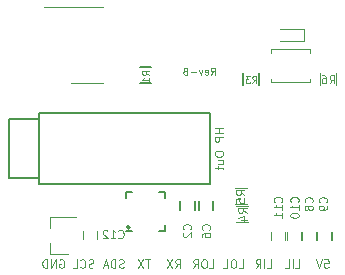
<source format=gbo>
G04 #@! TF.FileFunction,Legend,Bot*
%FSLAX46Y46*%
G04 Gerber Fmt 4.6, Leading zero omitted, Abs format (unit mm)*
G04 Created by KiCad (PCBNEW 4.0.7-e0-6372~58~ubuntu16.10.1) date Fri Aug 10 15:11:26 2018*
%MOMM*%
%LPD*%
G01*
G04 APERTURE LIST*
%ADD10C,0.100000*%
%ADD11C,0.120000*%
%ADD12C,0.200000*%
%ADD13C,0.150000*%
G04 APERTURE END LIST*
D10*
D11*
X146316667Y-93700001D02*
X145616667Y-93700001D01*
X145950000Y-93700001D02*
X145950000Y-94100001D01*
X146316667Y-94100001D02*
X145616667Y-94100001D01*
X146316667Y-94433334D02*
X145616667Y-94433334D01*
X145616667Y-94700000D01*
X145650000Y-94766667D01*
X145683333Y-94800000D01*
X145750000Y-94833334D01*
X145850000Y-94833334D01*
X145916667Y-94800000D01*
X145950000Y-94766667D01*
X145983333Y-94700000D01*
X145983333Y-94433334D01*
X145616667Y-95800000D02*
X145616667Y-95933333D01*
X145650000Y-96000000D01*
X145716667Y-96066667D01*
X145850000Y-96100000D01*
X146083333Y-96100000D01*
X146216667Y-96066667D01*
X146283333Y-96000000D01*
X146316667Y-95933333D01*
X146316667Y-95800000D01*
X146283333Y-95733333D01*
X146216667Y-95666667D01*
X146083333Y-95633333D01*
X145850000Y-95633333D01*
X145716667Y-95666667D01*
X145650000Y-95733333D01*
X145616667Y-95800000D01*
X145850000Y-96700000D02*
X146316667Y-96700000D01*
X145850000Y-96400000D02*
X146216667Y-96400000D01*
X146283333Y-96433333D01*
X146316667Y-96500000D01*
X146316667Y-96600000D01*
X146283333Y-96666666D01*
X146250000Y-96700000D01*
X145850000Y-96933333D02*
X145850000Y-97199999D01*
X145616667Y-97033333D02*
X146216667Y-97033333D01*
X146283333Y-97066666D01*
X146316667Y-97133333D01*
X146316667Y-97199999D01*
X152433333Y-105516667D02*
X152766666Y-105516667D01*
X152766666Y-104816667D01*
X152199999Y-105516667D02*
X152199999Y-104816667D01*
X151533333Y-105516667D02*
X151866666Y-105516667D01*
X151866666Y-104816667D01*
X154883333Y-104816667D02*
X155216666Y-104816667D01*
X155250000Y-105150000D01*
X155216666Y-105116667D01*
X155150000Y-105083333D01*
X154983333Y-105083333D01*
X154916666Y-105116667D01*
X154883333Y-105150000D01*
X154850000Y-105216667D01*
X154850000Y-105383333D01*
X154883333Y-105450000D01*
X154916666Y-105483333D01*
X154983333Y-105516667D01*
X155150000Y-105516667D01*
X155216666Y-105483333D01*
X155250000Y-105450000D01*
X154649999Y-104816667D02*
X154416666Y-105516667D01*
X154183333Y-104816667D01*
X142266666Y-105516667D02*
X142500000Y-105183333D01*
X142666666Y-105516667D02*
X142666666Y-104816667D01*
X142400000Y-104816667D01*
X142333333Y-104850000D01*
X142300000Y-104883333D01*
X142266666Y-104950000D01*
X142266666Y-105050000D01*
X142300000Y-105116667D01*
X142333333Y-105150000D01*
X142400000Y-105183333D01*
X142666666Y-105183333D01*
X142033333Y-104816667D02*
X141566666Y-105516667D01*
X141566666Y-104816667D02*
X142033333Y-105516667D01*
X140133333Y-104816667D02*
X139733333Y-104816667D01*
X139933333Y-105516667D02*
X139933333Y-104816667D01*
X139566667Y-104816667D02*
X139100000Y-105516667D01*
X139100000Y-104816667D02*
X139566667Y-105516667D01*
X137900000Y-105483333D02*
X137800000Y-105516667D01*
X137633333Y-105516667D01*
X137566666Y-105483333D01*
X137533333Y-105450000D01*
X137500000Y-105383333D01*
X137500000Y-105316667D01*
X137533333Y-105250000D01*
X137566666Y-105216667D01*
X137633333Y-105183333D01*
X137766666Y-105150000D01*
X137833333Y-105116667D01*
X137866666Y-105083333D01*
X137900000Y-105016667D01*
X137900000Y-104950000D01*
X137866666Y-104883333D01*
X137833333Y-104850000D01*
X137766666Y-104816667D01*
X137600000Y-104816667D01*
X137500000Y-104850000D01*
X137199999Y-105516667D02*
X137199999Y-104816667D01*
X137033333Y-104816667D01*
X136933333Y-104850000D01*
X136866666Y-104916667D01*
X136833333Y-104983333D01*
X136799999Y-105116667D01*
X136799999Y-105216667D01*
X136833333Y-105350000D01*
X136866666Y-105416667D01*
X136933333Y-105483333D01*
X137033333Y-105516667D01*
X137199999Y-105516667D01*
X136533333Y-105316667D02*
X136199999Y-105316667D01*
X136599999Y-105516667D02*
X136366666Y-104816667D01*
X136133333Y-105516667D01*
X132483333Y-104850000D02*
X132549999Y-104816667D01*
X132649999Y-104816667D01*
X132749999Y-104850000D01*
X132816666Y-104916667D01*
X132849999Y-104983333D01*
X132883333Y-105116667D01*
X132883333Y-105216667D01*
X132849999Y-105350000D01*
X132816666Y-105416667D01*
X132749999Y-105483333D01*
X132649999Y-105516667D01*
X132583333Y-105516667D01*
X132483333Y-105483333D01*
X132449999Y-105450000D01*
X132449999Y-105216667D01*
X132583333Y-105216667D01*
X132149999Y-105516667D02*
X132149999Y-104816667D01*
X131749999Y-105516667D01*
X131749999Y-104816667D01*
X131416666Y-105516667D02*
X131416666Y-104816667D01*
X131250000Y-104816667D01*
X131150000Y-104850000D01*
X131083333Y-104916667D01*
X131050000Y-104983333D01*
X131016666Y-105116667D01*
X131016666Y-105216667D01*
X131050000Y-105350000D01*
X131083333Y-105416667D01*
X131150000Y-105483333D01*
X131250000Y-105516667D01*
X131416666Y-105516667D01*
X135333334Y-105483333D02*
X135233334Y-105516667D01*
X135066667Y-105516667D01*
X135000000Y-105483333D01*
X134966667Y-105450000D01*
X134933334Y-105383333D01*
X134933334Y-105316667D01*
X134966667Y-105250000D01*
X135000000Y-105216667D01*
X135066667Y-105183333D01*
X135200000Y-105150000D01*
X135266667Y-105116667D01*
X135300000Y-105083333D01*
X135333334Y-105016667D01*
X135333334Y-104950000D01*
X135300000Y-104883333D01*
X135266667Y-104850000D01*
X135200000Y-104816667D01*
X135033334Y-104816667D01*
X134933334Y-104850000D01*
X134233333Y-105450000D02*
X134266667Y-105483333D01*
X134366667Y-105516667D01*
X134433333Y-105516667D01*
X134533333Y-105483333D01*
X134600000Y-105416667D01*
X134633333Y-105350000D01*
X134666667Y-105216667D01*
X134666667Y-105116667D01*
X134633333Y-104983333D01*
X134600000Y-104916667D01*
X134533333Y-104850000D01*
X134433333Y-104816667D01*
X134366667Y-104816667D01*
X134266667Y-104850000D01*
X134233333Y-104883333D01*
X133600000Y-105516667D02*
X133933333Y-105516667D01*
X133933333Y-104816667D01*
X150050000Y-105516667D02*
X150383333Y-105516667D01*
X150383333Y-104816667D01*
X149816666Y-105516667D02*
X149816666Y-104816667D01*
X149083333Y-105516667D02*
X149316667Y-105183333D01*
X149483333Y-105516667D02*
X149483333Y-104816667D01*
X149216667Y-104816667D01*
X149150000Y-104850000D01*
X149116667Y-104883333D01*
X149083333Y-104950000D01*
X149083333Y-105050000D01*
X149116667Y-105116667D01*
X149150000Y-105150000D01*
X149216667Y-105183333D01*
X149483333Y-105183333D01*
X147633333Y-105516667D02*
X147966666Y-105516667D01*
X147966666Y-104816667D01*
X147266666Y-104816667D02*
X147133333Y-104816667D01*
X147066666Y-104850000D01*
X146999999Y-104916667D01*
X146966666Y-105050000D01*
X146966666Y-105283333D01*
X146999999Y-105416667D01*
X147066666Y-105483333D01*
X147133333Y-105516667D01*
X147266666Y-105516667D01*
X147333333Y-105483333D01*
X147399999Y-105416667D01*
X147433333Y-105283333D01*
X147433333Y-105050000D01*
X147399999Y-104916667D01*
X147333333Y-104850000D01*
X147266666Y-104816667D01*
X146333333Y-105516667D02*
X146666666Y-105516667D01*
X146666666Y-104816667D01*
X145150000Y-105516667D02*
X145483333Y-105516667D01*
X145483333Y-104816667D01*
X144783333Y-104816667D02*
X144650000Y-104816667D01*
X144583333Y-104850000D01*
X144516666Y-104916667D01*
X144483333Y-105050000D01*
X144483333Y-105283333D01*
X144516666Y-105416667D01*
X144583333Y-105483333D01*
X144650000Y-105516667D01*
X144783333Y-105516667D01*
X144850000Y-105483333D01*
X144916666Y-105416667D01*
X144950000Y-105283333D01*
X144950000Y-105050000D01*
X144916666Y-104916667D01*
X144850000Y-104850000D01*
X144783333Y-104816667D01*
X143783333Y-105516667D02*
X144016667Y-105183333D01*
X144183333Y-105516667D02*
X144183333Y-104816667D01*
X143916667Y-104816667D01*
X143850000Y-104850000D01*
X143816667Y-104883333D01*
X143783333Y-104950000D01*
X143783333Y-105050000D01*
X143816667Y-105116667D01*
X143850000Y-105150000D01*
X143916667Y-105183333D01*
X144183333Y-105183333D01*
D12*
X138454000Y-102100000D02*
G75*
G03X138454000Y-102100000I-154000J0D01*
G01*
D11*
X145271429Y-89171429D02*
X145471429Y-88885714D01*
X145614286Y-89171429D02*
X145614286Y-88571429D01*
X145385714Y-88571429D01*
X145328572Y-88600000D01*
X145300000Y-88628571D01*
X145271429Y-88685714D01*
X145271429Y-88771429D01*
X145300000Y-88828571D01*
X145328572Y-88857143D01*
X145385714Y-88885714D01*
X145614286Y-88885714D01*
X144785714Y-89142857D02*
X144842857Y-89171429D01*
X144957143Y-89171429D01*
X145014286Y-89142857D01*
X145042857Y-89085714D01*
X145042857Y-88857143D01*
X145014286Y-88800000D01*
X144957143Y-88771429D01*
X144842857Y-88771429D01*
X144785714Y-88800000D01*
X144757143Y-88857143D01*
X144757143Y-88914286D01*
X145042857Y-88971429D01*
X144557143Y-88771429D02*
X144414286Y-89171429D01*
X144271428Y-88771429D01*
X144042857Y-88942857D02*
X143585714Y-88942857D01*
X143100000Y-88857143D02*
X143014286Y-88885714D01*
X142985714Y-88914286D01*
X142957143Y-88971429D01*
X142957143Y-89057143D01*
X142985714Y-89114286D01*
X143014286Y-89142857D01*
X143071428Y-89171429D01*
X143300000Y-89171429D01*
X143300000Y-88571429D01*
X143100000Y-88571429D01*
X143042857Y-88600000D01*
X143014286Y-88628571D01*
X142985714Y-88685714D01*
X142985714Y-88742857D01*
X143014286Y-88800000D01*
X143042857Y-88828571D01*
X143100000Y-88857143D01*
X143300000Y-88857143D01*
D13*
X139250000Y-89875000D02*
X140250000Y-89875000D01*
X140250000Y-88525000D02*
X139250000Y-88525000D01*
X142700000Y-99900000D02*
X142700000Y-100600000D01*
X143900000Y-100600000D02*
X143900000Y-99900000D01*
X144300000Y-99900000D02*
X144300000Y-100600000D01*
X145500000Y-100600000D02*
X145500000Y-99900000D01*
X154300000Y-102500000D02*
X154300000Y-103200000D01*
X155500000Y-103200000D02*
X155500000Y-102500000D01*
X149375000Y-90050000D02*
X149375000Y-89050000D01*
X148025000Y-89050000D02*
X148025000Y-90050000D01*
D11*
X154200000Y-103200000D02*
X154200000Y-102500000D01*
X153000000Y-102500000D02*
X153000000Y-103200000D01*
X152900000Y-103200000D02*
X152900000Y-102500000D01*
X151700000Y-102500000D02*
X151700000Y-103200000D01*
X134459793Y-102392047D02*
X134459793Y-103092047D01*
X135659793Y-103092047D02*
X135659793Y-102392047D01*
X147400000Y-101680000D02*
X148400000Y-101680000D01*
X148400000Y-100320000D02*
X147400000Y-100320000D01*
X147360000Y-100150000D02*
X148360000Y-100150000D01*
X148360000Y-98790000D02*
X147360000Y-98790000D01*
X155880000Y-90050000D02*
X155880000Y-89050000D01*
X154520000Y-89050000D02*
X154520000Y-90050000D01*
X153200000Y-85300000D02*
X153200000Y-86300000D01*
X153200000Y-86300000D02*
X151100000Y-86300000D01*
X153200000Y-85300000D02*
X151100000Y-85300000D01*
X151600000Y-103200000D02*
X151600000Y-102500000D01*
X150400000Y-102500000D02*
X150400000Y-103200000D01*
D13*
X141362500Y-102387500D02*
X141362500Y-101887500D01*
X138112500Y-99137500D02*
X138112500Y-99637500D01*
X141362500Y-99137500D02*
X141362500Y-99637500D01*
X138112500Y-102387500D02*
X138612500Y-102387500D01*
X138112500Y-99137500D02*
X138612500Y-99137500D01*
X141362500Y-99137500D02*
X140862500Y-99137500D01*
X141362500Y-102387500D02*
X140862500Y-102387500D01*
D11*
X131699793Y-104372047D02*
X131699793Y-103442047D01*
X131699793Y-101212047D02*
X131699793Y-102142047D01*
X131699793Y-101212047D02*
X133859793Y-101212047D01*
X131699793Y-104372047D02*
X133159793Y-104372047D01*
D13*
X128200000Y-92900000D02*
X130700000Y-92900000D01*
X128200000Y-97900000D02*
X128200000Y-92900000D01*
X130700000Y-97900000D02*
X128200000Y-97900000D01*
X145200000Y-98400000D02*
X130700000Y-98400000D01*
X145200000Y-92400000D02*
X145200000Y-98400000D01*
X130700000Y-92400000D02*
X145200000Y-92400000D01*
X130700000Y-98400000D02*
X130700000Y-92400000D01*
D11*
X150350000Y-87300000D02*
X150350000Y-87000000D01*
X150350000Y-87000000D02*
X153650000Y-87000000D01*
X153650000Y-87000000D02*
X153650000Y-87300000D01*
X150350000Y-89500000D02*
X150350000Y-89800000D01*
X150350000Y-89800000D02*
X153650000Y-89800000D01*
X153650000Y-89800000D02*
X153650000Y-89500000D01*
X136130000Y-83445000D02*
X136130000Y-83425000D01*
X136130000Y-83425000D02*
X133470000Y-83425000D01*
X133470000Y-83425000D02*
X133470000Y-83445000D01*
X136130000Y-89875000D02*
X136130000Y-89895000D01*
X136130000Y-89895000D02*
X133470000Y-89895000D01*
X133470000Y-89895000D02*
X133470000Y-89875000D01*
X131165000Y-83445000D02*
X133470000Y-83445000D01*
D10*
X140071429Y-89200000D02*
X139785714Y-89000000D01*
X140071429Y-88857143D02*
X139471429Y-88857143D01*
X139471429Y-89085715D01*
X139500000Y-89142857D01*
X139528571Y-89171429D01*
X139585714Y-89200000D01*
X139671429Y-89200000D01*
X139728571Y-89171429D01*
X139757143Y-89142857D01*
X139785714Y-89085715D01*
X139785714Y-88857143D01*
X140071429Y-89771429D02*
X140071429Y-89428572D01*
X140071429Y-89600000D02*
X139471429Y-89600000D01*
X139557143Y-89542857D01*
X139614286Y-89485715D01*
X139642857Y-89428572D01*
D11*
X143550000Y-102258334D02*
X143583333Y-102225000D01*
X143616667Y-102125000D01*
X143616667Y-102058334D01*
X143583333Y-101958334D01*
X143516667Y-101891667D01*
X143450000Y-101858334D01*
X143316667Y-101825000D01*
X143216667Y-101825000D01*
X143083333Y-101858334D01*
X143016667Y-101891667D01*
X142950000Y-101958334D01*
X142916667Y-102058334D01*
X142916667Y-102125000D01*
X142950000Y-102225000D01*
X142983333Y-102258334D01*
X142983333Y-102525000D02*
X142950000Y-102558334D01*
X142916667Y-102625000D01*
X142916667Y-102791667D01*
X142950000Y-102858334D01*
X142983333Y-102891667D01*
X143050000Y-102925000D01*
X143116667Y-102925000D01*
X143216667Y-102891667D01*
X143616667Y-102491667D01*
X143616667Y-102925000D01*
X145150000Y-102283334D02*
X145183333Y-102250000D01*
X145216667Y-102150000D01*
X145216667Y-102083334D01*
X145183333Y-101983334D01*
X145116667Y-101916667D01*
X145050000Y-101883334D01*
X144916667Y-101850000D01*
X144816667Y-101850000D01*
X144683333Y-101883334D01*
X144616667Y-101916667D01*
X144550000Y-101983334D01*
X144516667Y-102083334D01*
X144516667Y-102150000D01*
X144550000Y-102250000D01*
X144583333Y-102283334D01*
X144516667Y-102883334D02*
X144516667Y-102750000D01*
X144550000Y-102683334D01*
X144583333Y-102650000D01*
X144683333Y-102583334D01*
X144816667Y-102550000D01*
X145083333Y-102550000D01*
X145150000Y-102583334D01*
X145183333Y-102616667D01*
X145216667Y-102683334D01*
X145216667Y-102816667D01*
X145183333Y-102883334D01*
X145150000Y-102916667D01*
X145083333Y-102950000D01*
X144916667Y-102950000D01*
X144850000Y-102916667D01*
X144816667Y-102883334D01*
X144783333Y-102816667D01*
X144783333Y-102683334D01*
X144816667Y-102616667D01*
X144850000Y-102583334D01*
X144916667Y-102550000D01*
X153850000Y-99983334D02*
X153883333Y-99950000D01*
X153916667Y-99850000D01*
X153916667Y-99783334D01*
X153883333Y-99683334D01*
X153816667Y-99616667D01*
X153750000Y-99583334D01*
X153616667Y-99550000D01*
X153516667Y-99550000D01*
X153383333Y-99583334D01*
X153316667Y-99616667D01*
X153250000Y-99683334D01*
X153216667Y-99783334D01*
X153216667Y-99850000D01*
X153250000Y-99950000D01*
X153283333Y-99983334D01*
X153516667Y-100383334D02*
X153483333Y-100316667D01*
X153450000Y-100283334D01*
X153383333Y-100250000D01*
X153350000Y-100250000D01*
X153283333Y-100283334D01*
X153250000Y-100316667D01*
X153216667Y-100383334D01*
X153216667Y-100516667D01*
X153250000Y-100583334D01*
X153283333Y-100616667D01*
X153350000Y-100650000D01*
X153383333Y-100650000D01*
X153450000Y-100616667D01*
X153483333Y-100583334D01*
X153516667Y-100516667D01*
X153516667Y-100383334D01*
X153550000Y-100316667D01*
X153583333Y-100283334D01*
X153650000Y-100250000D01*
X153783333Y-100250000D01*
X153850000Y-100283334D01*
X153883333Y-100316667D01*
X153916667Y-100383334D01*
X153916667Y-100516667D01*
X153883333Y-100583334D01*
X153850000Y-100616667D01*
X153783333Y-100650000D01*
X153650000Y-100650000D01*
X153583333Y-100616667D01*
X153550000Y-100583334D01*
X153516667Y-100516667D01*
D10*
X148800000Y-89871429D02*
X149000000Y-89585714D01*
X149142857Y-89871429D02*
X149142857Y-89271429D01*
X148914285Y-89271429D01*
X148857143Y-89300000D01*
X148828571Y-89328571D01*
X148800000Y-89385714D01*
X148800000Y-89471429D01*
X148828571Y-89528571D01*
X148857143Y-89557143D01*
X148914285Y-89585714D01*
X149142857Y-89585714D01*
X148600000Y-89271429D02*
X148228571Y-89271429D01*
X148428571Y-89500000D01*
X148342857Y-89500000D01*
X148285714Y-89528571D01*
X148257143Y-89557143D01*
X148228571Y-89614286D01*
X148228571Y-89757143D01*
X148257143Y-89814286D01*
X148285714Y-89842857D01*
X148342857Y-89871429D01*
X148514285Y-89871429D01*
X148571428Y-89842857D01*
X148600000Y-89814286D01*
D11*
X155050000Y-99983334D02*
X155083333Y-99950000D01*
X155116667Y-99850000D01*
X155116667Y-99783334D01*
X155083333Y-99683334D01*
X155016667Y-99616667D01*
X154950000Y-99583334D01*
X154816667Y-99550000D01*
X154716667Y-99550000D01*
X154583333Y-99583334D01*
X154516667Y-99616667D01*
X154450000Y-99683334D01*
X154416667Y-99783334D01*
X154416667Y-99850000D01*
X154450000Y-99950000D01*
X154483333Y-99983334D01*
X155116667Y-100316667D02*
X155116667Y-100450000D01*
X155083333Y-100516667D01*
X155050000Y-100550000D01*
X154950000Y-100616667D01*
X154816667Y-100650000D01*
X154550000Y-100650000D01*
X154483333Y-100616667D01*
X154450000Y-100583334D01*
X154416667Y-100516667D01*
X154416667Y-100383334D01*
X154450000Y-100316667D01*
X154483333Y-100283334D01*
X154550000Y-100250000D01*
X154716667Y-100250000D01*
X154783333Y-100283334D01*
X154816667Y-100316667D01*
X154850000Y-100383334D01*
X154850000Y-100516667D01*
X154816667Y-100583334D01*
X154783333Y-100616667D01*
X154716667Y-100650000D01*
X152650000Y-99950000D02*
X152683333Y-99916666D01*
X152716667Y-99816666D01*
X152716667Y-99750000D01*
X152683333Y-99650000D01*
X152616667Y-99583333D01*
X152550000Y-99550000D01*
X152416667Y-99516666D01*
X152316667Y-99516666D01*
X152183333Y-99550000D01*
X152116667Y-99583333D01*
X152050000Y-99650000D01*
X152016667Y-99750000D01*
X152016667Y-99816666D01*
X152050000Y-99916666D01*
X152083333Y-99950000D01*
X152716667Y-100616666D02*
X152716667Y-100216666D01*
X152716667Y-100416666D02*
X152016667Y-100416666D01*
X152116667Y-100350000D01*
X152183333Y-100283333D01*
X152216667Y-100216666D01*
X152016667Y-101050000D02*
X152016667Y-101116667D01*
X152050000Y-101183333D01*
X152083333Y-101216667D01*
X152150000Y-101250000D01*
X152283333Y-101283333D01*
X152450000Y-101283333D01*
X152583333Y-101250000D01*
X152650000Y-101216667D01*
X152683333Y-101183333D01*
X152716667Y-101116667D01*
X152716667Y-101050000D01*
X152683333Y-100983333D01*
X152650000Y-100950000D01*
X152583333Y-100916667D01*
X152450000Y-100883333D01*
X152283333Y-100883333D01*
X152150000Y-100916667D01*
X152083333Y-100950000D01*
X152050000Y-100983333D01*
X152016667Y-101050000D01*
X137459793Y-102962047D02*
X137493127Y-102995380D01*
X137593127Y-103028714D01*
X137659793Y-103028714D01*
X137759793Y-102995380D01*
X137826460Y-102928714D01*
X137859793Y-102862047D01*
X137893127Y-102728714D01*
X137893127Y-102628714D01*
X137859793Y-102495380D01*
X137826460Y-102428714D01*
X137759793Y-102362047D01*
X137659793Y-102328714D01*
X137593127Y-102328714D01*
X137493127Y-102362047D01*
X137459793Y-102395380D01*
X136793127Y-103028714D02*
X137193127Y-103028714D01*
X136993127Y-103028714D02*
X136993127Y-102328714D01*
X137059793Y-102428714D01*
X137126460Y-102495380D01*
X137193127Y-102528714D01*
X136526460Y-102395380D02*
X136493126Y-102362047D01*
X136426460Y-102328714D01*
X136259793Y-102328714D01*
X136193126Y-102362047D01*
X136159793Y-102395380D01*
X136126460Y-102462047D01*
X136126460Y-102528714D01*
X136159793Y-102628714D01*
X136559793Y-103028714D01*
X136126460Y-103028714D01*
X148316667Y-100883334D02*
X147983333Y-100650000D01*
X148316667Y-100483334D02*
X147616667Y-100483334D01*
X147616667Y-100750000D01*
X147650000Y-100816667D01*
X147683333Y-100850000D01*
X147750000Y-100883334D01*
X147850000Y-100883334D01*
X147916667Y-100850000D01*
X147950000Y-100816667D01*
X147983333Y-100750000D01*
X147983333Y-100483334D01*
X147850000Y-101483334D02*
X148316667Y-101483334D01*
X147583333Y-101316667D02*
X148083333Y-101150000D01*
X148083333Y-101583334D01*
X148126667Y-99373334D02*
X147793333Y-99140000D01*
X148126667Y-98973334D02*
X147426667Y-98973334D01*
X147426667Y-99240000D01*
X147460000Y-99306667D01*
X147493333Y-99340000D01*
X147560000Y-99373334D01*
X147660000Y-99373334D01*
X147726667Y-99340000D01*
X147760000Y-99306667D01*
X147793333Y-99240000D01*
X147793333Y-98973334D01*
X147426667Y-100006667D02*
X147426667Y-99673334D01*
X147760000Y-99640000D01*
X147726667Y-99673334D01*
X147693333Y-99740000D01*
X147693333Y-99906667D01*
X147726667Y-99973334D01*
X147760000Y-100006667D01*
X147826667Y-100040000D01*
X147993333Y-100040000D01*
X148060000Y-100006667D01*
X148093333Y-99973334D01*
X148126667Y-99906667D01*
X148126667Y-99740000D01*
X148093333Y-99673334D01*
X148060000Y-99640000D01*
X155326666Y-89916667D02*
X155560000Y-89583333D01*
X155726666Y-89916667D02*
X155726666Y-89216667D01*
X155460000Y-89216667D01*
X155393333Y-89250000D01*
X155360000Y-89283333D01*
X155326666Y-89350000D01*
X155326666Y-89450000D01*
X155360000Y-89516667D01*
X155393333Y-89550000D01*
X155460000Y-89583333D01*
X155726666Y-89583333D01*
X154726666Y-89216667D02*
X154860000Y-89216667D01*
X154926666Y-89250000D01*
X154960000Y-89283333D01*
X155026666Y-89383333D01*
X155060000Y-89516667D01*
X155060000Y-89783333D01*
X155026666Y-89850000D01*
X154993333Y-89883333D01*
X154926666Y-89916667D01*
X154793333Y-89916667D01*
X154726666Y-89883333D01*
X154693333Y-89850000D01*
X154660000Y-89783333D01*
X154660000Y-89616667D01*
X154693333Y-89550000D01*
X154726666Y-89516667D01*
X154793333Y-89483333D01*
X154926666Y-89483333D01*
X154993333Y-89516667D01*
X155026666Y-89550000D01*
X155060000Y-89616667D01*
X151250000Y-99950000D02*
X151283333Y-99916666D01*
X151316667Y-99816666D01*
X151316667Y-99750000D01*
X151283333Y-99650000D01*
X151216667Y-99583333D01*
X151150000Y-99550000D01*
X151016667Y-99516666D01*
X150916667Y-99516666D01*
X150783333Y-99550000D01*
X150716667Y-99583333D01*
X150650000Y-99650000D01*
X150616667Y-99750000D01*
X150616667Y-99816666D01*
X150650000Y-99916666D01*
X150683333Y-99950000D01*
X151316667Y-100616666D02*
X151316667Y-100216666D01*
X151316667Y-100416666D02*
X150616667Y-100416666D01*
X150716667Y-100350000D01*
X150783333Y-100283333D01*
X150816667Y-100216666D01*
X151316667Y-101283333D02*
X151316667Y-100883333D01*
X151316667Y-101083333D02*
X150616667Y-101083333D01*
X150716667Y-101016667D01*
X150783333Y-100950000D01*
X150816667Y-100883333D01*
M02*

</source>
